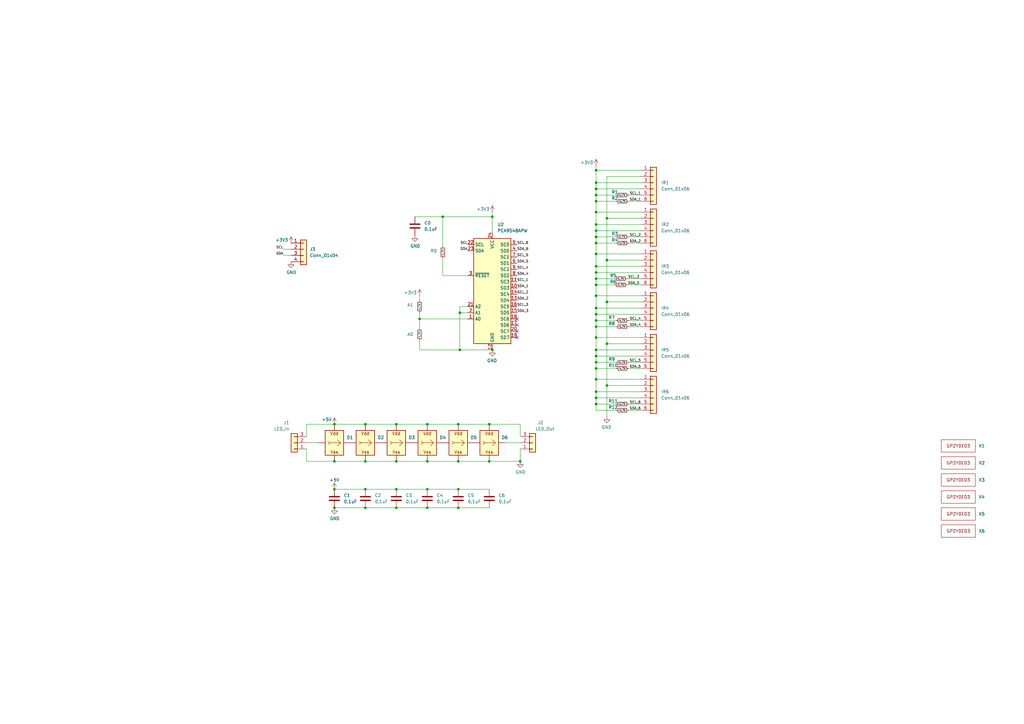
<source format=kicad_sch>
(kicad_sch (version 20230121) (generator eeschema)
  (paper "A3")
  (title_block (title "Chu Arcade ToF Air Keys"))
  (lib_symbols
    (symbol "Connector_Generic:Conn_01x03" (pin_names (offset 1.016) hide)
      (property "Reference" "J" (at 0 5.08 0))
      (property "Value" "Conn_01x03" (at 0 -5.08 0))
      (symbol "Conn_01x03_1_1"
        (rectangle (start -1.27 -2.413) (end 0 -2.667) (stroke (width 0.1524)))
        (rectangle (start -1.27 0.127) (end 0 -0.127) (stroke (width 0.1524)))
        (rectangle (start -1.27 2.667) (end 0 2.413) (stroke (width 0.1524)))
        (rectangle (start -1.27 3.81) (end 1.27 -3.81) (stroke (width 0.254)) (fill (type background)))
        (pin passive line (at -5.08 2.54 0) (length 3.81) (name "Pin_1") (number "1"))
        (pin passive line (at -5.08 0 0) (length 3.81) (name "Pin_2") (number "2"))
        (pin passive line (at -5.08 -2.54 0) (length 3.81) (name "Pin_3") (number "3"))
      )
    )
    (symbol "Connector_Generic:Conn_01x04" (pin_names (offset 1.016) hide)
      (property "Reference" "J" (at 0 5.08 0))
      (property "Value" "Conn_01x04" (at 0 -7.62 0))
      (symbol "Conn_01x04_1_1"
        (rectangle (start -1.27 -4.953) (end 0 -5.207) (stroke (width 0.1524)))
        (rectangle (start -1.27 -2.413) (end 0 -2.667) (stroke (width 0.1524)))
        (rectangle (start -1.27 0.127) (end 0 -0.127) (stroke (width 0.1524)))
        (rectangle (start -1.27 2.667) (end 0 2.413) (stroke (width 0.1524)))
        (rectangle (start -1.27 3.81) (end 1.27 -6.35) (stroke (width 0.254)) (fill (type background)))
        (pin passive line (at -5.08 2.54 0) (length 3.81) (name "Pin_1") (number "1"))
        (pin passive line (at -5.08 0 0) (length 3.81) (name "Pin_2") (number "2"))
        (pin passive line (at -5.08 -2.54 0) (length 3.81) (name "Pin_3") (number "3"))
        (pin passive line (at -5.08 -5.08 0) (length 3.81) (name "Pin_4") (number "4"))
      )
    )
    (symbol "Connector_Generic:Conn_01x06" (pin_names (offset 1.016) hide)
      (property "Reference" "J" (at 0 7.62 0))
      (property "Value" "Conn_01x06" (at 0 -10.16 0))
      (symbol "Conn_01x06_1_1"
        (rectangle (start -1.27 -7.493) (end 0 -7.747) (stroke (width 0.1524)))
        (rectangle (start -1.27 -4.953) (end 0 -5.207) (stroke (width 0.1524)))
        (rectangle (start -1.27 -2.413) (end 0 -2.667) (stroke (width 0.1524)))
        (rectangle (start -1.27 0.127) (end 0 -0.127) (stroke (width 0.1524)))
        (rectangle (start -1.27 2.667) (end 0 2.413) (stroke (width 0.1524)))
        (rectangle (start -1.27 5.207) (end 0 4.953) (stroke (width 0.1524)))
        (rectangle (start -1.27 6.35) (end 1.27 -8.89) (stroke (width 0.254)) (fill (type background)))
        (pin passive line (at -5.08 5.08 0) (length 3.81) (name "Pin_1") (number "1"))
        (pin passive line (at -5.08 2.54 0) (length 3.81) (name "Pin_2") (number "2"))
        (pin passive line (at -5.08 0 0) (length 3.81) (name "Pin_3") (number "3"))
        (pin passive line (at -5.08 -2.54 0) (length 3.81) (name "Pin_4") (number "4"))
        (pin passive line (at -5.08 -5.08 0) (length 3.81) (name "Pin_5") (number "5"))
        (pin passive line (at -5.08 -7.62 0) (length 3.81) (name "Pin_6") (number "6"))
      )
    )
    (symbol "Device:C" (pin_numbers hide) (pin_names (offset 0.254))
      (property "Reference" "C" (at 0.635 2.54 0))
      (property "Value" "C" (at 0.635 -2.54 0))
      (symbol "C_0_1"
        (polyline (pts (xy -2.032 -0.762) (xy 2.032 -0.762)) (stroke (width 0.508)))
        (polyline (pts (xy -2.032 0.762) (xy 2.032 0.762)) (stroke (width 0.508)))
      )
      (symbol "C_1_1"
        (pin passive line (at 0 3.81 270) (length 2.794) (name "~") (number "1"))
        (pin passive line (at 0 -3.81 90) (length 2.794) (name "~") (number "2"))
      )
    )
    (symbol "Device:R_Small" (pin_numbers hide) (pin_names (offset 0.254) hide)
      (property "Reference" "R" (at 0.762 0.508 0))
      (property "Value" "R_Small" (at 0.762 -1.016 0))
      (symbol "R_Small_0_1"
        (rectangle (start -0.762 1.778) (end 0.762 -1.778) (stroke (width 0.2032)))
      )
      (symbol "R_Small_1_1"
        (pin passive line (at 0 2.54 270) (length 0.762) (name "~") (number "1"))
        (pin passive line (at 0 -2.54 90) (length 0.762) (name "~") (number "2"))
      )
    )
    (symbol "Interface_Expansion:PCA9548APW"
      (property "Reference" "U" (at -7.62 21.59 0))
      (property "Value" "PCA9548APW" (at 1.016 21.59 0))
      (symbol "PCA9548APW_0_1"
        (rectangle (start -7.62 20.32) (end 7.62 -22.86) (stroke (width 0.254)) (fill (type background)))
      )
      (symbol "PCA9548APW_1_1"
        (pin input line (at -10.16 -12.7 0) (length 2.54) (name "A0") (number "1"))
        (pin bidirectional line (at 10.16 0 180) (length 2.54) (name "SD3") (number "10"))
        (pin output line (at 10.16 2.54 180) (length 2.54) (name "SC3") (number "11"))
        (pin power_in line (at 0 -25.4 90) (length 2.54) (name "GND") (number "12"))
        (pin bidirectional line (at 10.16 -5.08 180) (length 2.54) (name "SD4") (number "13"))
        (pin output line (at 10.16 -2.54 180) (length 2.54) (name "SC4") (number "14"))
        (pin bidirectional line (at 10.16 -10.16 180) (length 2.54) (name "SD5") (number "15"))
        (pin output line (at 10.16 -7.62 180) (length 2.54) (name "SC5") (number "16"))
        (pin bidirectional line (at 10.16 -15.24 180) (length 2.54) (name "SD6") (number "17"))
        (pin output line (at 10.16 -12.7 180) (length 2.54) (name "SC6") (number "18"))
        (pin bidirectional line (at 10.16 -20.32 180) (length 2.54) (name "SD7") (number "19"))
        (pin input line (at -10.16 -10.16 0) (length 2.54) (name "A1") (number "2"))
        (pin output line (at 10.16 -17.78 180) (length 2.54) (name "SC7") (number "20"))
        (pin input line (at -10.16 -7.62 0) (length 2.54) (name "A2") (number "21"))
        (pin input line (at -10.16 17.78 0) (length 2.54) (name "SCL") (number "22"))
        (pin bidirectional line (at -10.16 15.24 0) (length 2.54) (name "SDA") (number "23"))
        (pin power_in line (at 0 22.86 270) (length 2.54) (name "VCC") (number "24"))
        (pin input line (at -10.16 5.08 0) (length 2.54) (name "~{RESET}") (number "3"))
        (pin bidirectional line (at 10.16 15.24 180) (length 2.54) (name "SD0") (number "4"))
        (pin output line (at 10.16 17.78 180) (length 2.54) (name "SC0") (number "5"))
        (pin bidirectional line (at 10.16 10.16 180) (length 2.54) (name "SD1") (number "6"))
        (pin output line (at 10.16 12.7 180) (length 2.54) (name "SC1") (number "7"))
        (pin bidirectional line (at 10.16 5.08 180) (length 2.54) (name "SD2") (number "8"))
        (pin output line (at 10.16 7.62 180) (length 2.54) (name "SC2") (number "9"))
      )
    )
    (symbol "chu_arcade:GP2Y0E03_REAL"
      (property "Reference" "X" (at 0 0 0))
      (symbol "GP2Y0E03_REAL_0_0"
        (rectangle (start -6.985 -1.905) (end 6.985 -6.985))
        (text "GP2Y0E03" (at 0 -4.445 0) (effects (font (size 1.27 1.27))))
      )
    )
    (symbol "chu_arcade:WS2812B_Unified" (pin_numbers hide) (pin_names (offset 0.254) hide)
      (property "Reference" "D10" (at 2.54 6.35 0))
      (symbol "WS2812B_Unified_0_0"
        (polyline (pts (xy -1.905 0) (xy 2.54 0) (xy 1.27 1.27)))
        (text "Vdd" (at 0 3.81 0) (effects (font (size 1.27 1.27))))
        (text "Vss" (at 0 -3.81 0) (effects (font (size 1.27 1.27))))
      )
      (symbol "WS2812B_Unified_0_1"
        (rectangle (start -3.81 5.08) (end 3.81 -5.08) (stroke (width 0.254)) (fill (type background)))
        (polyline (pts (xy 1.27 -1.27) (xy 2.54 0)))
        (polyline (pts (xy -2.54 0.635) (xy -1.905 0) (xy -2.54 -0.635)))
      )
      (symbol "WS2812B_Unified_1_1"
        (pin power_in line (at 0 -7.62 90) (length 2.54) (name "VSS") (number "G"))
        (pin input line (at -6.35 0 0) (length 2.54) (name "In") (number "I"))
        (pin output line (at 6.35 0 180) (length 2.54) (name "Out") (number "O"))
        (pin power_in line (at 0 7.62 270) (length 2.54) (name "VDD") (number "V"))
      )
    )
    (symbol "power:+3V3" (power) (pin_names (offset 0))
      (property "Value" "+3V3" (at 0 3.556 0))
      (symbol "+3V3_0_1"
        (polyline (pts (xy -0.762 1.27) (xy 0 2.54)))
        (polyline (pts (xy 0 0) (xy 0 2.54)))
        (polyline (pts (xy 0 2.54) (xy 0.762 1.27)))
      )
      (symbol "+3V3_1_1"
        (pin power_in line (at 0 0 90) (length 0) hide (name "+3V3") (number "1"))
      )
    )
    (symbol "power:+5V" (power) (pin_names (offset 0))
      (property "Value" "+5V" (at 0 3.556 0))
      (symbol "+5V_0_1"
        (polyline (pts (xy -0.762 1.27) (xy 0 2.54)))
        (polyline (pts (xy 0 0) (xy 0 2.54)))
        (polyline (pts (xy 0 2.54) (xy 0.762 1.27)))
      )
      (symbol "+5V_1_1"
        (pin power_in line (at 0 0 90) (length 0) hide (name "+5V") (number "1"))
      )
    )
    (symbol "power:GND" (power) (pin_names (offset 0))
      (property "Value" "GND" (at 0 -3.81 0))
      (symbol "GND_0_1"
        (polyline (pts (xy 0 0) (xy 0 -1.27) (xy 1.27 -1.27) (xy 0 -2.54) (xy -1.27 -1.27) (xy 0 -1.27)))
      )
      (symbol "GND_1_1"
        (pin power_in line (at 0 0 270) (length 0) hide (name "GND") (number "1"))
      )
    )
  )
  (junction (at 244.475 121.285))
  (junction (at 137.16 189.23))
  (junction (at 244.475 163.195))
  (junction (at 244.475 111.76))
  (junction (at 248.92 140.97))
  (junction (at 244.475 133.985))
  (junction (at 187.96 189.23))
  (junction (at 244.475 151.13))
  (junction (at 172.085 130.81))
  (junction (at 175.26 189.23))
  (junction (at 244.475 77.47))
  (junction (at 244.475 165.735))
  (junction (at 244.475 128.905))
  (junction (at 244.475 148.59))
  (junction (at 244.475 116.84))
  (junction (at 188.595 128.27))
  (junction (at 244.475 82.55))
  (junction (at 200.66 189.23))
  (junction (at 244.475 94.615))
  (junction (at 244.475 146.05))
  (junction (at 244.475 69.85))
  (junction (at 187.96 173.99))
  (junction (at 149.86 208.28))
  (junction (at 137.16 200.66))
  (junction (at 162.56 200.66))
  (junction (at 162.56 189.23))
  (junction (at 137.16 208.28))
  (junction (at 248.92 106.68))
  (junction (at 187.96 200.66))
  (junction (at 201.93 143.51))
  (junction (at 248.92 158.115))
  (junction (at 200.66 173.99))
  (junction (at 181.61 88.9))
  (junction (at 244.475 138.43))
  (junction (at 175.26 200.66))
  (junction (at 244.475 155.575))
  (junction (at 244.475 104.14))
  (junction (at 244.475 114.3))
  (junction (at 149.86 200.66))
  (junction (at 244.475 80.01))
  (junction (at 248.92 89.535))
  (junction (at 175.26 208.28))
  (junction (at 187.96 208.28))
  (junction (at 244.475 131.445))
  (junction (at 244.475 143.51))
  (junction (at 162.56 208.28))
  (junction (at 188.595 143.51))
  (junction (at 244.475 92.075))
  (junction (at 149.86 173.99))
  (junction (at 244.475 86.995))
  (junction (at 201.93 88.9))
  (junction (at 244.475 126.365))
  (junction (at 175.26 173.99))
  (junction (at 248.92 123.825))
  (junction (at 213.36 189.23))
  (junction (at 244.475 97.155))
  (junction (at 162.56 173.99))
  (junction (at 244.475 109.22))
  (junction (at 244.475 74.93))
  (junction (at 137.16 173.99))
  (junction (at 149.86 189.23))
  (junction (at 244.475 160.655))
  (junction (at 244.475 99.695))
  (no_connect (at 212.09 135.89))
  (no_connect (at 212.09 138.43))
  (no_connect (at 212.09 133.35))
  (no_connect (at 212.09 130.81))
  (wire (pts (xy 257.175 116.84) (xy 262.89 116.84)))
  (wire (pts (xy 257.81 133.985) (xy 262.89 133.985)))
  (wire (pts (xy 213.36 184.15) (xy 213.36 189.23)))
  (wire (pts (xy 244.475 109.22) (xy 262.89 109.22)))
  (wire (pts (xy 244.475 104.14) (xy 244.475 109.22)))
  (wire (pts (xy 172.085 143.51) (xy 172.085 139.7)))
  (wire (pts (xy 188.595 125.73) (xy 188.595 128.27)))
  (wire (pts (xy 257.81 131.445) (xy 262.89 131.445)))
  (wire (pts (xy 244.475 168.275) (xy 252.73 168.275)))
  (wire (pts (xy 244.475 114.3) (xy 252.095 114.3)))
  (wire (pts (xy 244.475 116.84) (xy 244.475 121.285)))
  (wire (pts (xy 187.96 208.28) (xy 200.66 208.28)))
  (wire (pts (xy 244.475 143.51) (xy 262.89 143.51)))
  (wire (pts (xy 248.92 89.535) (xy 248.92 106.68)))
  (wire (pts (xy 125.73 179.07) (xy 125.73 173.99)))
  (wire (pts (xy 244.475 165.735) (xy 244.475 168.275)))
  (wire (pts (xy 188.595 128.27) (xy 188.595 143.51)))
  (wire (pts (xy 207.01 181.61) (xy 213.36 181.61)))
  (wire (pts (xy 244.475 114.3) (xy 244.475 116.84)))
  (wire (pts (xy 244.475 94.615) (xy 244.475 97.155)))
  (wire (pts (xy 162.56 189.23) (xy 175.26 189.23)))
  (wire (pts (xy 244.475 133.985) (xy 244.475 138.43)))
  (wire (pts (xy 244.475 99.695) (xy 244.475 104.14)))
  (wire (pts (xy 244.475 86.995) (xy 262.89 86.995)))
  (wire (pts (xy 172.085 134.62) (xy 172.085 130.81)))
  (wire (pts (xy 257.81 168.275) (xy 262.89 168.275)))
  (wire (pts (xy 262.89 72.39) (xy 248.92 72.39)))
  (wire (pts (xy 175.26 208.28) (xy 187.96 208.28)))
  (wire (pts (xy 244.475 155.575) (xy 244.475 160.655)))
  (wire (pts (xy 248.92 123.825) (xy 248.92 140.97)))
  (wire (pts (xy 244.475 116.84) (xy 252.095 116.84)))
  (wire (pts (xy 244.475 163.195) (xy 262.89 163.195)))
  (wire (pts (xy 244.475 128.905) (xy 244.475 131.445)))
  (wire (pts (xy 244.475 126.365) (xy 244.475 128.905)))
  (wire (pts (xy 181.61 88.9) (xy 181.61 100.965)))
  (wire (pts (xy 244.475 160.655) (xy 244.475 163.195)))
  (wire (pts (xy 257.81 80.01) (xy 262.89 80.01)))
  (wire (pts (xy 248.92 106.68) (xy 262.89 106.68)))
  (wire (pts (xy 244.475 94.615) (xy 262.89 94.615)))
  (wire (pts (xy 244.475 97.155) (xy 252.73 97.155)))
  (wire (pts (xy 244.475 99.695) (xy 252.73 99.695)))
  (wire (pts (xy 244.475 146.05) (xy 244.475 148.59)))
  (wire (pts (xy 244.475 121.285) (xy 262.89 121.285)))
  (wire (pts (xy 244.475 69.85) (xy 244.475 74.93)))
  (wire (pts (xy 181.61 113.03) (xy 191.77 113.03)))
  (wire (pts (xy 244.475 80.01) (xy 244.475 82.55)))
  (wire (pts (xy 257.81 97.155) (xy 262.89 97.155)))
  (wire (pts (xy 244.475 92.075) (xy 244.475 94.615)))
  (wire (pts (xy 200.66 189.23) (xy 213.36 189.23)))
  (wire (pts (xy 244.475 148.59) (xy 252.73 148.59)))
  (wire (pts (xy 149.86 200.66) (xy 162.56 200.66)))
  (wire (pts (xy 191.77 125.73) (xy 188.595 125.73)))
  (wire (pts (xy 187.96 173.99) (xy 200.66 173.99)))
  (wire (pts (xy 244.475 104.14) (xy 262.89 104.14)))
  (wire (pts (xy 162.56 200.66) (xy 175.26 200.66)))
  (wire (pts (xy 200.66 173.99) (xy 213.36 173.99)))
  (wire (pts (xy 244.475 165.735) (xy 252.73 165.735)))
  (wire (pts (xy 244.475 97.155) (xy 244.475 99.695)))
  (wire (pts (xy 172.085 128.27) (xy 172.085 130.81)))
  (wire (pts (xy 116.205 104.775) (xy 119.38 104.775)))
  (wire (pts (xy 248.92 158.115) (xy 262.89 158.115)))
  (wire (pts (xy 248.92 89.535) (xy 262.89 89.535)))
  (wire (pts (xy 244.475 128.905) (xy 262.89 128.905)))
  (wire (pts (xy 244.475 69.85) (xy 262.89 69.85)))
  (wire (pts (xy 188.595 143.51) (xy 201.93 143.51)))
  (wire (pts (xy 188.595 128.27) (xy 191.77 128.27)))
  (wire (pts (xy 149.86 173.99) (xy 162.56 173.99)))
  (wire (pts (xy 187.96 189.23) (xy 200.66 189.23)))
  (wire (pts (xy 213.36 173.99) (xy 213.36 179.07)))
  (wire (pts (xy 125.73 181.61) (xy 130.81 181.61)))
  (wire (pts (xy 137.16 208.28) (xy 149.86 208.28)))
  (wire (pts (xy 244.475 82.55) (xy 244.475 86.995)))
  (wire (pts (xy 244.475 77.47) (xy 262.89 77.47)))
  (wire (pts (xy 172.085 130.81) (xy 191.77 130.81)))
  (wire (pts (xy 244.475 160.655) (xy 262.89 160.655)))
  (wire (pts (xy 257.81 151.13) (xy 262.89 151.13)))
  (wire (pts (xy 162.56 173.99) (xy 175.26 173.99)))
  (wire (pts (xy 187.96 200.66) (xy 200.66 200.66)))
  (wire (pts (xy 162.56 208.28) (xy 175.26 208.28)))
  (wire (pts (xy 248.92 140.97) (xy 262.89 140.97)))
  (wire (pts (xy 248.92 158.115) (xy 248.92 170.815)))
  (wire (pts (xy 244.475 126.365) (xy 262.89 126.365)))
  (wire (pts (xy 257.175 114.3) (xy 262.89 114.3)))
  (wire (pts (xy 175.26 200.66) (xy 187.96 200.66)))
  (wire (pts (xy 175.26 189.23) (xy 187.96 189.23)))
  (wire (pts (xy 201.93 88.9) (xy 201.93 95.25)))
  (wire (pts (xy 172.085 121.285) (xy 172.085 123.19)))
  (wire (pts (xy 149.86 208.28) (xy 162.56 208.28)))
  (wire (pts (xy 244.475 138.43) (xy 262.89 138.43)))
  (wire (pts (xy 175.26 173.99) (xy 187.96 173.99)))
  (wire (pts (xy 248.92 72.39) (xy 248.92 89.535)))
  (wire (pts (xy 244.475 146.05) (xy 262.89 146.05)))
  (wire (pts (xy 181.61 106.045) (xy 181.61 113.03)))
  (wire (pts (xy 257.81 82.55) (xy 262.89 82.55)))
  (wire (pts (xy 244.475 131.445) (xy 244.475 133.985)))
  (wire (pts (xy 188.595 143.51) (xy 172.085 143.51)))
  (wire (pts (xy 257.81 99.695) (xy 262.89 99.695)))
  (wire (pts (xy 244.475 131.445) (xy 252.73 131.445)))
  (wire (pts (xy 257.81 148.59) (xy 262.89 148.59)))
  (wire (pts (xy 125.73 173.99) (xy 137.16 173.99)))
  (wire (pts (xy 244.475 80.01) (xy 252.73 80.01)))
  (wire (pts (xy 244.475 74.93) (xy 262.89 74.93)))
  (wire (pts (xy 244.475 151.13) (xy 244.475 155.575)))
  (wire (pts (xy 262.89 111.76) (xy 244.475 111.76)))
  (wire (pts (xy 201.93 86.995) (xy 201.93 88.9)))
  (wire (pts (xy 244.475 67.945) (xy 244.475 69.85)))
  (wire (pts (xy 244.475 151.13) (xy 252.73 151.13)))
  (wire (pts (xy 257.81 165.735) (xy 262.89 165.735)))
  (wire (pts (xy 125.73 189.23) (xy 137.16 189.23)))
  (wire (pts (xy 244.475 111.76) (xy 244.475 114.3)))
  (wire (pts (xy 116.205 102.235) (xy 119.38 102.235)))
  (wire (pts (xy 244.475 133.985) (xy 252.73 133.985)))
  (wire (pts (xy 149.86 189.23) (xy 162.56 189.23)))
  (wire (pts (xy 248.92 123.825) (xy 262.89 123.825)))
  (wire (pts (xy 181.61 88.9) (xy 201.93 88.9)))
  (wire (pts (xy 248.92 106.68) (xy 248.92 123.825)))
  (wire (pts (xy 170.18 88.9) (xy 181.61 88.9)))
  (wire (pts (xy 244.475 163.195) (xy 244.475 165.735)))
  (wire (pts (xy 244.475 86.995) (xy 244.475 92.075)))
  (wire (pts (xy 244.475 77.47) (xy 244.475 80.01)))
  (wire (pts (xy 137.16 200.66) (xy 149.86 200.66)))
  (wire (pts (xy 244.475 74.93) (xy 244.475 77.47)))
  (wire (pts (xy 244.475 109.22) (xy 244.475 111.76)))
  (wire (pts (xy 137.16 189.23) (xy 149.86 189.23)))
  (wire (pts (xy 244.475 143.51) (xy 244.475 146.05)))
  (wire (pts (xy 244.475 92.075) (xy 262.89 92.075)))
  (wire (pts (xy 244.475 82.55) (xy 252.73 82.55)))
  (wire (pts (xy 137.16 173.99) (xy 149.86 173.99)))
  (wire (pts (xy 125.73 184.15) (xy 125.73 189.23)))
  (wire (pts (xy 244.475 138.43) (xy 244.475 143.51)))
  (wire (pts (xy 244.475 121.285) (xy 244.475 126.365)))
  (wire (pts (xy 248.92 140.97) (xy 248.92 158.115)))
  (wire (pts (xy 244.475 155.575) (xy 262.89 155.575)))
  (wire (pts (xy 244.475 148.59) (xy 244.475 151.13)))
  (label "SCL_2" (at 262.89 97.155 180) (effects (font (size 1 1))))
  (label "SDA_3" (at 262.255 116.84 180) (effects (font (size 1 1))))
  (label "SDA_6" (at 262.89 168.275 180) (effects (font (size 1 1))))
  (label "SDA_1" (at 212.09 118.11 0) (effects (font (size 1 1))))
  (label "SDA_2" (at 212.09 123.19 0) (effects (font (size 1 1))))
  (label "SCL_5" (at 212.09 105.41 0) (effects (font (size 1 1))))
  (label "SCL_4" (at 262.89 131.445 180) (effects (font (size 1 1))))
  (label "SDA_4" (at 212.09 113.03 0) (effects (font (size 1 1))))
  (label "SDA_3" (at 212.09 128.27 0) (effects (font (size 1 1))))
  (label "SCL_1" (at 212.09 115.57 0) (effects (font (size 1 1))))
  (label "SCL_1" (at 262.89 80.01 180) (effects (font (size 1 1))))
  (label "SDA_2" (at 262.89 99.695 180) (effects (font (size 1 1))))
  (label "SCL_3" (at 212.09 125.73 0) (effects (font (size 1 1))))
  (label "SCL_3" (at 262.255 114.3 180) (effects (font (size 1 1))))
  (label "SDA" (at 191.77 102.87 180) (effects (font (size 1 1))))
  (label "SDA_5" (at 262.89 151.13 180) (effects (font (size 1 1))))
  (label "SCL" (at 116.205 102.235 180) (effects (font (size 1 1))))
  (label "SDA" (at 116.205 104.775 180) (effects (font (size 1 1))))
  (label "SCL_6" (at 212.09 100.33 0) (effects (font (size 1 1))))
  (label "SCL_6" (at 262.89 165.735 180) (effects (font (size 1 1))))
  (label "SDA_4" (at 262.89 133.985 180) (effects (font (size 1 1))))
  (label "SDA_5" (at 212.09 107.95 0) (effects (font (size 1 1))))
  (label "SCL_4" (at 212.09 110.49 0) (effects (font (size 1 1))))
  (label "SCL_2" (at 212.09 120.65 0) (effects (font (size 1 1))))
  (label "SCL" (at 191.77 100.33 180) (effects (font (size 1 1))))
  (label "SDA_1" (at 262.89 82.55 180) (effects (font (size 1 1))))
  (label "SDA_6" (at 212.09 102.87 0) (effects (font (size 1 1))))
  (label "SCL_5" (at 262.89 148.59 180) (effects (font (size 1 1))))
  (symbol (lib_id "Device:R_Small") (at 254.635 116.84 270) (unit 1)
    (property "Reference" "R6" (at 250.19 115.57 90) (effects (justify left)))
    (property "Value" "4.7K" (at 253.2625 116.8556 90) (effects (font (size 0.8 0.8)) (justify left)))
    (property "Footprint" "Resistor_SMD:R_0603_1608Metric" (effects hide))
    (property "LCSC" "C23186" (effects hide))
  )
  (symbol (lib_id "chu_arcade:GP2Y0E03_REAL") (at 393.065 178.435 0) (unit 1)
    (property "Reference" "X1" (at 401.32 182.8799 0) (effects (justify left)))
    (property "Value" "GP2Y0E03_REAL" (effects hide))
    (property "Footprint" "chu_arcade:GP2Y0E03_REAL" (effects hide))
  )
  (symbol (lib_id "chu_arcade:GP2Y0E03_REAL") (at 393.065 185.42 0) (unit 1)
    (property "Reference" "X2" (at 401.32 189.8649 0) (effects (justify left)))
    (property "Value" "GP2Y0E03_REAL" (effects hide))
    (property "Footprint" "chu_arcade:GP2Y0E03_REAL" (effects hide))
  )
  (symbol (lib_id "Device:C") (at 162.56 204.47 0) (unit 1)
    (property "Reference" "C3" (at 166.37 203.1999 0) (effects (justify left)))
    (property "Value" "0.1uF" (at 166.37 205.7399 0) (effects (justify left)))
    (property "Footprint" "Capacitor_SMD:C_0603_1608Metric_Pad1.08x0.95mm_HandSolder" (effects hide))
  )
  (symbol (lib_id "Device:R_Small") (at 255.27 99.695 270) (unit 1)
    (property "Reference" "R4" (at 250.825 98.425 90) (effects (justify left)))
    (property "Value" "4.7K" (at 253.8975 99.7106 90) (effects (font (size 0.8 0.8)) (justify left)))
    (property "Footprint" "Resistor_SMD:R_0603_1608Metric" (effects hide))
    (property "LCSC" "C23186" (effects hide))
  )
  (symbol (lib_id "power:GND") (at 213.36 189.23 0) (unit 1)
    (property "Reference" "#PWR05" (effects hide))
    (property "Value" "GND" (at 213.487 193.6242 0))
  )
  (symbol (lib_id "chu_arcade:WS2812B_Unified") (at 137.16 181.61 0) (unit 1)
    (property "Reference" "D1" (at 143.51 179.451 0))
    (property "Value" "WS2812B_Unified" (effects hide))
    (property "Footprint" "chu_arcade:WS2812B-4020" (effects hide))
  )
  (symbol (lib_id "power:GND") (at 170.18 96.52 0) (unit 1)
    (property "Reference" "#PWR0116" (effects hide))
    (property "Value" "GND" (at 170.307 100.9142 0))
  )
  (symbol (lib_id "Device:R_Small") (at 255.27 80.01 270) (unit 1)
    (property "Reference" "R1" (at 250.825 78.74 90) (effects (justify left)))
    (property "Value" "4.7K" (at 253.8388 80.0382 90) (effects (font (size 0.8 0.8)) (justify left)))
    (property "Footprint" "Resistor_SMD:R_0603_1608Metric" (effects hide))
    (property "LCSC" "C23186" (effects hide))
  )
  (symbol (lib_id "Device:R_Small") (at 255.27 131.445 270) (unit 1)
    (property "Reference" "R7" (at 249.555 130.175 90) (effects (justify left)))
    (property "Value" "4.7K" (at 253.8388 131.4732 90) (effects (font (size 0.8 0.8)) (justify left)))
    (property "Footprint" "Resistor_SMD:R_0603_1608Metric" (effects hide))
    (property "LCSC" "C23186" (effects hide))
  )
  (symbol (lib_id "Device:C") (at 170.18 92.71 0) (unit 1)
    (property "Reference" "C0" (at 173.99 91.44 0) (effects (justify left)))
    (property "Value" "0.1uF" (at 173.99 93.98 0) (effects (justify left)))
    (property "Footprint" "Capacitor_SMD:C_0603_1608Metric_Pad1.08x0.95mm_HandSolder" (effects hide))
  )
  (symbol (lib_id "Connector_Generic:Conn_01x03") (at 120.65 181.61 180) (unit 1)
    (property "Reference" "J1" (at 117.475 173.355 0))
    (property "Value" "LED_In" (at 115.57 175.895 0))
    (property "Footprint" "chu_arcade:Solder_3P" (effects hide))
  )
  (symbol (lib_id "Connector_Generic:Conn_01x06") (at 267.97 160.655 0) (unit 1)
    (property "Reference" "IR6" (at 271.145 160.6549 0) (effects (justify left)))
    (property "Value" "Conn_01x06" (at 271.145 163.1949 0) (effects (justify left)))
    (property "Footprint" "chu_arcade:GP2Y0E03" (effects hide))
  )
  (symbol (lib_id "Device:R_Small") (at 255.27 151.13 270) (unit 1)
    (property "Reference" "R10" (at 249.555 149.86 90) (effects (justify left)))
    (property "Value" "4.7K" (at 253.8975 151.1456 90) (effects (font (size 0.8 0.8)) (justify left)))
    (property "Footprint" "Resistor_SMD:R_0603_1608Metric" (effects hide))
    (property "LCSC" "C23186" (effects hide))
  )
  (symbol (lib_id "Connector_Generic:Conn_01x06") (at 267.97 126.365 0) (unit 1)
    (property "Reference" "IR4" (at 271.145 126.3649 0) (effects (justify left)))
    (property "Value" "Conn_01x06" (at 271.145 128.9049 0) (effects (justify left)))
    (property "Footprint" "chu_arcade:GP2Y0E03" (effects hide))
  )
  (symbol (lib_id "Device:R_Small") (at 172.085 125.73 0) (unit 1)
    (property "Reference" "A1" (at 167.005 125.095 0) (effects (justify left)))
    (property "Value" "4.7K" (at 172.1132 127.1612 90) (effects (font (size 0.8 0.8)) (justify left)))
    (property "Footprint" "Resistor_SMD:R_0603_1608Metric" (effects hide))
    (property "LCSC" "C23186" (effects hide))
  )
  (symbol (lib_id "power:+3V3") (at 201.93 86.995 0) (unit 1)
    (property "Reference" "#PWR0118" (effects hide))
    (property "Value" "+3V3" (at 198.12 85.725 0))
  )
  (symbol (lib_id "chu_arcade:GP2Y0E03_REAL") (at 393.065 213.36 0) (unit 1)
    (property "Reference" "X6" (at 401.32 217.8049 0) (effects (justify left)))
    (property "Value" "GP2Y0E03_REAL" (effects hide))
    (property "Footprint" "chu_arcade:GP2Y0E03_REAL" (effects hide))
  )
  (symbol (lib_id "Connector_Generic:Conn_01x06") (at 267.97 74.93 0) (unit 1)
    (property "Reference" "IR1" (at 271.145 74.9299 0) (effects (justify left)))
    (property "Value" "Conn_01x06" (at 271.145 77.4699 0) (effects (justify left)))
    (property "Footprint" "chu_arcade:GP2Y0E03" (effects hide))
  )
  (symbol (lib_id "chu_arcade:GP2Y0E03_REAL") (at 393.065 192.405 0) (unit 1)
    (property "Reference" "X3" (at 401.32 196.8499 0) (effects (justify left)))
    (property "Value" "GP2Y0E03_REAL" (effects hide))
    (property "Footprint" "chu_arcade:GP2Y0E03_REAL" (effects hide))
  )
  (symbol (lib_id "power:GND") (at 201.93 143.51 0) (mirror y) (unit 1)
    (property "Reference" "#PWR0126" (effects hide))
    (property "Value" "GND" (at 201.803 147.9042 0))
  )
  (symbol (lib_id "Device:R_Small") (at 255.27 97.155 270) (unit 1)
    (property "Reference" "R3" (at 250.825 95.885 90) (effects (justify left)))
    (property "Value" "4.7K" (at 253.8388 97.1832 90) (effects (font (size 0.8 0.8)) (justify left)))
    (property "Footprint" "Resistor_SMD:R_0603_1608Metric" (effects hide))
    (property "LCSC" "C23186" (effects hide))
  )
  (symbol (lib_id "power:+3V3") (at 172.085 121.285 0) (unit 1)
    (property "Reference" "#PWR01" (effects hide))
    (property "Value" "+3V3" (at 168.275 120.015 0))
  )
  (symbol (lib_id "chu_arcade:GP2Y0E03_REAL") (at 393.065 206.375 0) (unit 1)
    (property "Reference" "X5" (at 401.32 210.8199 0) (effects (justify left)))
    (property "Value" "GP2Y0E03_REAL" (effects hide))
    (property "Footprint" "chu_arcade:GP2Y0E03_REAL" (effects hide))
  )
  (symbol (lib_id "chu_arcade:WS2812B_Unified") (at 187.96 181.61 0) (unit 1)
    (property "Reference" "D5" (at 194.31 179.451 0))
    (property "Value" "WS2812B_Unified" (effects hide))
    (property "Footprint" "chu_arcade:WS2812B-4020" (effects hide))
  )
  (symbol (lib_id "Connector_Generic:Conn_01x06") (at 267.97 92.075 0) (unit 1)
    (property "Reference" "IR2" (at 271.145 92.0749 0) (effects (justify left)))
    (property "Value" "Conn_01x06" (at 271.145 94.6149 0) (effects (justify left)))
    (property "Footprint" "chu_arcade:GP2Y0E03" (effects hide))
  )
  (symbol (lib_id "Connector_Generic:Conn_01x06") (at 267.97 109.22 0) (unit 1)
    (property "Reference" "IR3" (at 271.145 109.2199 0) (effects (justify left)))
    (property "Value" "Conn_01x06" (at 271.145 111.7599 0) (effects (justify left)))
    (property "Footprint" "chu_arcade:GP2Y0E03" (effects hide))
  )
  (symbol (lib_id "Device:C") (at 187.96 204.47 0) (unit 1)
    (property "Reference" "C5" (at 191.77 203.1999 0) (effects (justify left)))
    (property "Value" "0.1uF" (at 191.77 205.7399 0) (effects (justify left)))
    (property "Footprint" "Capacitor_SMD:C_0603_1608Metric_Pad1.08x0.95mm_HandSolder" (effects hide))
  )
  (symbol (lib_id "power:GND") (at 119.38 107.315 0) (unit 1)
    (property "Reference" "#PWR02" (effects hide))
    (property "Value" "GND" (at 119.507 111.7092 0))
  )
  (symbol (lib_id "Device:R_Small") (at 255.27 165.735 270) (unit 1)
    (property "Reference" "R11" (at 249.555 164.465 90) (effects (justify left)))
    (property "Value" "4.7K" (at 253.8388 165.7632 90) (effects (font (size 0.8 0.8)) (justify left)))
    (property "Footprint" "Resistor_SMD:R_0603_1608Metric" (effects hide))
    (property "LCSC" "C23186" (effects hide))
  )
  (symbol (lib_id "chu_arcade:WS2812B_Unified") (at 149.86 181.61 0) (unit 1)
    (property "Reference" "D2" (at 156.21 179.451 0))
    (property "Value" "WS2812B_Unified" (effects hide))
    (property "Footprint" "chu_arcade:WS2812B-4020" (effects hide))
  )
  (symbol (lib_id "power:+3V3") (at 244.475 67.945 0) (unit 1)
    (property "Reference" "#PWR0108" (effects hide))
    (property "Value" "+3V3" (at 240.665 66.675 0))
  )
  (symbol (lib_id "Device:C") (at 137.16 204.47 0) (unit 1)
    (property "Reference" "C1" (at 140.97 203.1999 0) (effects (justify left)))
    (property "Value" "0.1uF" (at 140.97 205.7399 0) (effects (justify left)))
    (property "Footprint" "Capacitor_SMD:C_0603_1608Metric_Pad1.08x0.95mm_HandSolder" (effects hide))
  )
  (symbol (lib_id "Device:R_Small") (at 255.27 148.59 270) (unit 1)
    (property "Reference" "R9" (at 249.555 147.32 90) (effects (justify left)))
    (property "Value" "4.7K" (at 253.8388 148.6182 90) (effects (font (size 0.8 0.8)) (justify left)))
    (property "Footprint" "Resistor_SMD:R_0603_1608Metric" (effects hide))
    (property "LCSC" "C23186" (effects hide))
  )
  (symbol (lib_id "power:+5V") (at 137.16 200.66 0) (unit 1)
    (property "Reference" "#PWR0107" (effects hide))
    (property "Value" "+5V" (at 137.16 196.85 0))
  )
  (symbol (lib_id "Device:R_Small") (at 255.27 133.985 270) (unit 1)
    (property "Reference" "R8" (at 249.555 132.715 90) (effects (justify left)))
    (property "Value" "4.7K" (at 253.8975 134.0006 90) (effects (font (size 0.8 0.8)) (justify left)))
    (property "Footprint" "Resistor_SMD:R_0603_1608Metric" (effects hide))
    (property "LCSC" "C23186" (effects hide))
  )
  (symbol (lib_id "Connector_Generic:Conn_01x04") (at 124.46 102.235 0) (unit 1)
    (property "Reference" "J3" (at 127 102.235 0) (effects (justify left)))
    (property "Value" "Conn_01x04" (at 127 104.775 0) (effects (justify left)))
    (property "Footprint" "chu_arcade:Solder_4P" (effects hide))
  )
  (symbol (lib_id "Device:R_Small") (at 254.635 114.3 270) (unit 1)
    (property "Reference" "R5" (at 250.19 113.03 90) (effects (justify left)))
    (property "Value" "4.7K" (at 253.2038 114.3282 90) (effects (font (size 0.8 0.8)) (justify left)))
    (property "Footprint" "Resistor_SMD:R_0603_1608Metric" (effects hide))
    (property "LCSC" "C23186" (effects hide))
  )
  (symbol (lib_id "Connector_Generic:Conn_01x06") (at 267.97 143.51 0) (unit 1)
    (property "Reference" "IR5" (at 271.145 143.5099 0) (effects (justify left)))
    (property "Value" "Conn_01x06" (at 271.145 146.0499 0) (effects (justify left)))
    (property "Footprint" "chu_arcade:GP2Y0E03" (effects hide))
  )
  (symbol (lib_id "power:+5V") (at 137.16 173.99 0) (unit 1)
    (property "Reference" "#PWR0102" (effects hide))
    (property "Value" "+5V" (at 133.985 172.085 0))
  )
  (symbol (lib_id "power:GND") (at 137.16 208.28 0) (unit 1)
    (property "Reference" "#PWR0106" (effects hide))
    (property "Value" "GND" (at 137.287 212.6742 0))
  )
  (symbol (lib_id "chu_arcade:WS2812B_Unified") (at 175.26 181.61 0) (unit 1)
    (property "Reference" "D4" (at 181.61 179.451 0))
    (property "Value" "WS2812B_Unified" (effects hide))
    (property "Footprint" "chu_arcade:WS2812B-4020" (effects hide))
  )
  (symbol (lib_id "Connector_Generic:Conn_01x03") (at 218.44 181.61 0) (mirror x) (unit 1)
    (property "Reference" "J2" (at 221.615 173.355 0))
    (property "Value" "LED_Out" (at 223.52 175.895 0))
    (property "Footprint" "chu_arcade:Solder_3P" (effects hide))
  )
  (symbol (lib_id "Device:R_Small") (at 255.27 168.275 270) (unit 1)
    (property "Reference" "R12" (at 249.555 167.005 90) (effects (justify left)))
    (property "Value" "4.7K" (at 253.8975 168.2906 90) (effects (font (size 0.8 0.8)) (justify left)))
    (property "Footprint" "Resistor_SMD:R_0603_1608Metric" (effects hide))
    (property "LCSC" "C23186" (effects hide))
  )
  (symbol (lib_id "chu_arcade:GP2Y0E03_REAL") (at 393.065 199.39 0) (unit 1)
    (property "Reference" "X4" (at 401.32 203.8349 0) (effects (justify left)))
    (property "Value" "GP2Y0E03_REAL" (effects hide))
    (property "Footprint" "chu_arcade:GP2Y0E03_REAL" (effects hide))
  )
  (symbol (lib_id "Device:R_Small") (at 172.085 137.16 0) (unit 1)
    (property "Reference" "A0" (at 167.005 137.16 0) (effects (justify left)))
    (property "Value" "4.7K" (at 172.1132 138.5912 90) (effects (font (size 0.8 0.8)) (justify left)))
    (property "Footprint" "Resistor_SMD:R_0603_1608Metric" (effects hide))
    (property "LCSC" "C23186" (effects hide))
  )
  (symbol (lib_id "Device:R_Small") (at 181.61 103.505 0) (unit 1)
    (property "Reference" "R0" (at 176.53 102.87 0) (effects (justify left)))
    (property "Value" "4.7K" (at 181.6382 104.9362 90) (effects (font (size 0.8 0.8)) (justify left)))
    (property "Footprint" "Resistor_SMD:R_0603_1608Metric" (effects hide))
    (property "LCSC" "C23186" (effects hide))
  )
  (symbol (lib_id "power:GND") (at 248.92 170.815 0) (mirror y) (unit 1)
    (property "Reference" "#PWR04" (effects hide))
    (property "Value" "GND" (at 248.793 175.2092 0))
  )
  (symbol (lib_id "Device:C") (at 175.26 204.47 0) (unit 1)
    (property "Reference" "C4" (at 179.07 203.1999 0) (effects (justify left)))
    (property "Value" "0.1uF" (at 179.07 205.7399 0) (effects (justify left)))
    (property "Footprint" "Capacitor_SMD:C_0603_1608Metric_Pad1.08x0.95mm_HandSolder" (effects hide))
  )
  (symbol (lib_id "Interface_Expansion:PCA9548APW") (at 201.93 118.11 0) (unit 1)
    (property "Reference" "U2" (at 203.9494 92.075 0) (effects (justify left)))
    (property "Value" "PCA9548APW" (at 203.9494 94.615 0) (effects (justify left)))
    (property "Footprint" "Package_SO:TSSOP-24_4.4x7.8mm_P0.65mm" (effects hide))
    (property "Datasheet" "http://www.ti.com/lit/ds/symlink/pca9548a.pdf" (effects hide))
  )
  (symbol (lib_id "Device:R_Small") (at 255.27 82.55 270) (unit 1)
    (property "Reference" "R2" (at 250.825 81.28 90) (effects (justify left)))
    (property "Value" "4.7K" (at 253.8975 82.5656 90) (effects (font (size 0.8 0.8)) (justify left)))
    (property "Footprint" "Resistor_SMD:R_0603_1608Metric" (effects hide))
    (property "LCSC" "C23186" (effects hide))
  )
  (symbol (lib_id "chu_arcade:WS2812B_Unified") (at 200.66 181.61 0) (unit 1)
    (property "Reference" "D6" (at 207.01 179.451 0))
    (property "Value" "WS2812B_Unified" (effects hide))
    (property "Footprint" "chu_arcade:WS2812B-4020" (effects hide))
  )
  (symbol (lib_id "Device:C") (at 149.86 204.47 0) (unit 1)
    (property "Reference" "C2" (at 153.67 203.1999 0) (effects (justify left)))
    (property "Value" "0.1uF" (at 153.67 205.7399 0) (effects (justify left)))
    (property "Footprint" "Capacitor_SMD:C_0603_1608Metric_Pad1.08x0.95mm_HandSolder" (effects hide))
  )
  (symbol (lib_id "power:+3V3") (at 119.38 99.695 0) (unit 1)
    (property "Reference" "#PWR03" (effects hide))
    (property "Value" "+3V3" (at 115.57 98.425 0))
  )
  (symbol (lib_id "Device:C") (at 200.66 204.47 0) (unit 1)
    (property "Reference" "C6" (at 204.47 203.1999 0) (effects (justify left)))
    (property "Value" "0.1uF" (at 204.47 205.7399 0) (effects (justify left)))
    (property "Footprint" "Capacitor_SMD:C_0603_1608Metric_Pad1.08x0.95mm_HandSolder" (effects hide))
  )
  (symbol (lib_id "chu_arcade:WS2812B_Unified") (at 162.56 181.61 0) (unit 1)
    (property "Reference" "D3" (at 168.91 179.451 0))
    (property "Value" "WS2812B_Unified" (effects hide))
    (property "Footprint" "chu_arcade:WS2812B-4020" (effects hide))
  )
)
</source>
